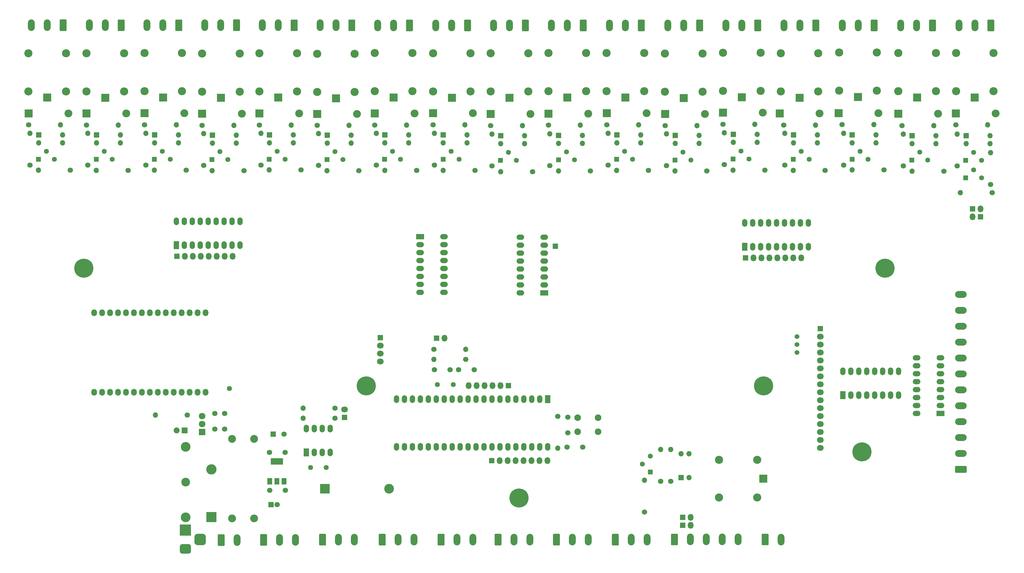
<source format=gbr>
%TF.GenerationSoftware,KiCad,Pcbnew,(5.1.6)-1*%
%TF.CreationDate,2020-12-15T19:54:30+02:00*%
%TF.ProjectId,ThePlatform_MothedahFarm,54686550-6c61-4746-966f-726d5f4d6f74,rev?*%
%TF.SameCoordinates,Original*%
%TF.FileFunction,Soldermask,Bot*%
%TF.FilePolarity,Negative*%
%FSLAX46Y46*%
G04 Gerber Fmt 4.6, Leading zero omitted, Abs format (unit mm)*
G04 Created by KiCad (PCBNEW (5.1.6)-1) date 2020-12-15 19:54:30*
%MOMM*%
%LPD*%
G01*
G04 APERTURE LIST*
%ADD10O,2.180000X3.700000*%
%ADD11R,2.600000X2.600000*%
%ADD12O,2.600000X2.600000*%
%ADD13C,1.600000*%
%ADD14R,1.600000X1.600000*%
%ADD15R,1.700000X2.500000*%
%ADD16O,1.700000X2.500000*%
%ADD17C,3.100000*%
%ADD18R,3.100000X3.100000*%
%ADD19R,1.800000X1.800000*%
%ADD20O,1.800000X2.200000*%
%ADD21R,2.500000X2.500000*%
%ADD22O,2.500000X2.500000*%
%ADD23O,1.700000X1.700000*%
%ADD24C,1.700000*%
%ADD25R,1.700000X1.700000*%
%ADD26O,3.300000X3.300000*%
%ADD27R,3.300000X3.300000*%
%ADD28R,1.900000X1.900000*%
%ADD29C,1.900000*%
%ADD30C,2.800000*%
%ADD31R,3.600000X3.600000*%
%ADD32O,3.700000X2.180000*%
%ADD33C,2.500000*%
%ADD34C,2.100000*%
%ADD35R,2.100000X2.005000*%
%ADD36O,2.100000X2.005000*%
%ADD37R,3.900000X2.100000*%
%ADD38R,1.600000X2.100000*%
%ADD39O,2.500000X1.700000*%
%ADD40R,2.500000X1.700000*%
%ADD41O,2.200000X1.800000*%
%ADD42C,1.540000*%
%ADD43C,6.100000*%
%ADD44C,1.624000*%
G04 APERTURE END LIST*
D10*
%TO.C,J20*%
X234196920Y-223857280D03*
X229116920Y-223857280D03*
G36*
G01*
X222946920Y-225445262D02*
X222946920Y-222269298D01*
G75*
G02*
X223208938Y-222007280I262018J0D01*
G01*
X224864902Y-222007280D01*
G75*
G02*
X225126920Y-222269298I0J-262018D01*
G01*
X225126920Y-225445262D01*
G75*
G02*
X224864902Y-225707280I-262018J0D01*
G01*
X223208938Y-225707280D01*
G75*
G02*
X222946920Y-225445262I0J262018D01*
G01*
G37*
%TD*%
D11*
%TO.C,K18*%
X290092160Y-204375480D03*
D12*
X288092160Y-198375480D03*
X275892160Y-198375480D03*
X275892160Y-210375480D03*
X288092160Y-210375480D03*
%TD*%
D13*
%TO.C,Q19*%
X251461300Y-199732360D03*
X254001300Y-197192360D03*
D14*
X254001300Y-202272360D03*
%TD*%
%TO.C,J39*%
G36*
G01*
X260607500Y-225402082D02*
X260607500Y-222226118D01*
G75*
G02*
X260869518Y-221964100I262018J0D01*
G01*
X262525482Y-221964100D01*
G75*
G02*
X262787500Y-222226118I0J-262018D01*
G01*
X262787500Y-225402082D01*
G75*
G02*
X262525482Y-225664100I-262018J0D01*
G01*
X260869518Y-225664100D01*
G75*
G02*
X260607500Y-225402082I0J262018D01*
G01*
G37*
D10*
X266777500Y-223814100D03*
X271857500Y-223814100D03*
X276937500Y-223814100D03*
X282017500Y-223814100D03*
%TD*%
D15*
%TO.C,U3*%
X221220060Y-178985640D03*
D16*
X172960060Y-194225640D03*
X218680060Y-178985640D03*
X175500060Y-194225640D03*
X216140060Y-178985640D03*
X178040060Y-194225640D03*
X213600060Y-178985640D03*
X180580060Y-194225640D03*
X211060060Y-178985640D03*
X183120060Y-194225640D03*
X208520060Y-178985640D03*
X185660060Y-194225640D03*
X205980060Y-178985640D03*
X188200060Y-194225640D03*
X203440060Y-178985640D03*
X190740060Y-194225640D03*
X200900060Y-178985640D03*
X193280060Y-194225640D03*
X198360060Y-178985640D03*
X195820060Y-194225640D03*
X195820060Y-178985640D03*
X198360060Y-194225640D03*
X193280060Y-178985640D03*
X200900060Y-194225640D03*
X190740060Y-178985640D03*
X203440060Y-194225640D03*
X188200060Y-178985640D03*
X205980060Y-194225640D03*
X185660060Y-178985640D03*
X208520060Y-194225640D03*
X183120060Y-178985640D03*
X211060060Y-194225640D03*
X180580060Y-178985640D03*
X213600060Y-194225640D03*
X178040060Y-178985640D03*
X216140060Y-194225640D03*
X175500060Y-178985640D03*
X218680060Y-194225640D03*
X172960060Y-178985640D03*
X221220060Y-194225640D03*
%TD*%
%TO.C,J27*%
G36*
G01*
X129439360Y-225557022D02*
X129439360Y-222381058D01*
G75*
G02*
X129701378Y-222119040I262018J0D01*
G01*
X131357342Y-222119040D01*
G75*
G02*
X131619360Y-222381058I0J-262018D01*
G01*
X131619360Y-225557022D01*
G75*
G02*
X131357342Y-225819040I-262018J0D01*
G01*
X129701378Y-225819040D01*
G75*
G02*
X129439360Y-225557022I0J262018D01*
G01*
G37*
D10*
X135609360Y-223969040D03*
X140689360Y-223969040D03*
%TD*%
%TO.C,J36*%
X159526000Y-223877600D03*
X154446000Y-223877600D03*
G36*
G01*
X148276000Y-225465582D02*
X148276000Y-222289618D01*
G75*
G02*
X148538018Y-222027600I262018J0D01*
G01*
X150193982Y-222027600D01*
G75*
G02*
X150456000Y-222289618I0J-262018D01*
G01*
X150456000Y-225465582D01*
G75*
G02*
X150193982Y-225727600I-262018J0D01*
G01*
X148538018Y-225727600D01*
G75*
G02*
X148276000Y-225465582I0J262018D01*
G01*
G37*
%TD*%
%TO.C,J35*%
G36*
G01*
X167326000Y-225465582D02*
X167326000Y-222289618D01*
G75*
G02*
X167588018Y-222027600I262018J0D01*
G01*
X169243982Y-222027600D01*
G75*
G02*
X169506000Y-222289618I0J-262018D01*
G01*
X169506000Y-225465582D01*
G75*
G02*
X169243982Y-225727600I-262018J0D01*
G01*
X167588018Y-225727600D01*
G75*
G02*
X167326000Y-225465582I0J262018D01*
G01*
G37*
X173496000Y-223877600D03*
X178576000Y-223877600D03*
%TD*%
D17*
%TO.C,BT1*%
X170579900Y-207606360D03*
D18*
X150089900Y-207606360D03*
%TD*%
D15*
%TO.C,U25*%
X144146300Y-195973160D03*
D16*
X151766300Y-188353160D03*
X146686300Y-195973160D03*
X149226300Y-188353160D03*
X149226300Y-195973160D03*
X146686300Y-188353160D03*
X151766300Y-195973160D03*
X144146300Y-188353160D03*
%TD*%
D19*
%TO.C,J28*%
X356873840Y-118157720D03*
D20*
X359413840Y-118157720D03*
%TD*%
D15*
%TO.C,U24*%
X315421040Y-177700400D03*
D16*
X333201040Y-170080400D03*
X317961040Y-177700400D03*
X330661040Y-170080400D03*
X320501040Y-177700400D03*
X328121040Y-170080400D03*
X323041040Y-177700400D03*
X325581040Y-170080400D03*
X325581040Y-177700400D03*
X323041040Y-170080400D03*
X328121040Y-177700400D03*
X320501040Y-170080400D03*
X330661040Y-177700400D03*
X317961040Y-170080400D03*
X333201040Y-177700400D03*
X315421040Y-170080400D03*
%TD*%
D20*
%TO.C,U26*%
X112030000Y-151420000D03*
X109490000Y-151420000D03*
X106950000Y-151420000D03*
X104410000Y-151420000D03*
X101870000Y-151420000D03*
X99330000Y-151420000D03*
X96790000Y-151420000D03*
X94250000Y-151420000D03*
X91710000Y-151420000D03*
X89170000Y-151420000D03*
X86630000Y-151420000D03*
X84090000Y-151420000D03*
X81550000Y-151420000D03*
X79010000Y-151420000D03*
X76470000Y-151420000D03*
X112030000Y-176820000D03*
X109490000Y-176820000D03*
X106950000Y-176820000D03*
X104410000Y-176820000D03*
X101870000Y-176820000D03*
X99330000Y-176820000D03*
X96790000Y-176820000D03*
X94250000Y-176820000D03*
X91710000Y-176820000D03*
X89170000Y-176820000D03*
X86630000Y-176820000D03*
X84090000Y-176820000D03*
X81550000Y-176820000D03*
X79010000Y-176820000D03*
X76470000Y-176820000D03*
%TD*%
D11*
%TO.C,K5*%
X357567260Y-82592640D03*
D12*
X363567260Y-80592640D03*
X363567260Y-68392640D03*
X351567260Y-68392640D03*
X351567260Y-80592640D03*
%TD*%
D21*
%TO.C,D3*%
X333107060Y-87786940D03*
D22*
X345807060Y-87786940D03*
%TD*%
%TO.C,J5*%
G36*
G01*
X345182560Y-58004958D02*
X345182560Y-61180922D01*
G75*
G02*
X344920542Y-61442940I-262018J0D01*
G01*
X343264578Y-61442940D01*
G75*
G02*
X343002560Y-61180922I0J262018D01*
G01*
X343002560Y-58004958D01*
G75*
G02*
X343264578Y-57742940I262018J0D01*
G01*
X344920542Y-57742940D01*
G75*
G02*
X345182560Y-58004958I0J-262018D01*
G01*
G37*
D10*
X339012560Y-59592940D03*
X333932560Y-59592940D03*
%TD*%
D23*
%TO.C,R6*%
X334758060Y-94327440D03*
D24*
X334758060Y-104487440D03*
%TD*%
%TO.C,R16*%
X347712060Y-106138440D03*
D23*
X337552060Y-106138440D03*
%TD*%
D11*
%TO.C,K1*%
X339139560Y-82643440D03*
D12*
X345139560Y-80643440D03*
X345139560Y-68443440D03*
X333139560Y-68443440D03*
X333139560Y-80643440D03*
%TD*%
D13*
%TO.C,Q2*%
X340028560Y-100042440D03*
X342568560Y-102582440D03*
D14*
X337488560Y-102582440D03*
%TD*%
D24*
%TO.C,R15*%
X334313560Y-91596940D03*
D23*
X344473560Y-91596940D03*
%TD*%
D25*
%TO.C,U4*%
X337552060Y-94835440D03*
D23*
X345172060Y-97375440D03*
X337552060Y-97375440D03*
X345172060Y-94835440D03*
%TD*%
D24*
%TO.C,C1*%
X114946460Y-188584300D03*
X114946460Y-183584300D03*
%TD*%
%TO.C,C2*%
X118096060Y-183584300D03*
X118096060Y-188584300D03*
%TD*%
%TO.C,C3*%
X132450000Y-208150000D03*
X137450000Y-208150000D03*
%TD*%
%TO.C,C5*%
X197750460Y-169562240D03*
X192750460Y-169562240D03*
%TD*%
%TO.C,C6*%
X190075860Y-169562240D03*
X185075860Y-169562240D03*
%TD*%
%TO.C,C7*%
X227646260Y-184704440D03*
X227646260Y-189704440D03*
%TD*%
%TO.C,C8*%
X227379560Y-194306920D03*
X232379560Y-194306920D03*
%TD*%
%TO.C,C10*%
X137410000Y-195990000D03*
X132410000Y-195990000D03*
%TD*%
D26*
%TO.C,D1*%
X113879660Y-201411300D03*
D27*
X113879660Y-216651300D03*
%TD*%
D28*
%TO.C,D2*%
X105269060Y-189016100D03*
D29*
X102729060Y-189016100D03*
%TD*%
D17*
%TO.C,F1*%
X105675460Y-194248500D03*
X105675460Y-216748500D03*
D30*
X105675460Y-205498500D03*
%TD*%
D31*
%TO.C,J1*%
X105573860Y-220816900D03*
G36*
G01*
X106598860Y-228366900D02*
X104548860Y-228366900D01*
G75*
G02*
X103773860Y-227591900I0J775000D01*
G01*
X103773860Y-226041900D01*
G75*
G02*
X104548860Y-225266900I775000J0D01*
G01*
X106598860Y-225266900D01*
G75*
G02*
X107373860Y-226041900I0J-775000D01*
G01*
X107373860Y-227591900D01*
G75*
G02*
X106598860Y-228366900I-775000J0D01*
G01*
G37*
G36*
G01*
X111173860Y-225616900D02*
X109373860Y-225616900D01*
G75*
G02*
X108473860Y-224716900I0J900000D01*
G01*
X108473860Y-222916900D01*
G75*
G02*
X109373860Y-222016900I900000J0D01*
G01*
X111173860Y-222016900D01*
G75*
G02*
X112073860Y-222916900I0J-900000D01*
G01*
X112073860Y-224716900D01*
G75*
G02*
X111173860Y-225616900I-900000J0D01*
G01*
G37*
%TD*%
D10*
%TO.C,J4*%
X352512660Y-59605640D03*
X357592660Y-59605640D03*
G36*
G01*
X363762660Y-58017658D02*
X363762660Y-61193622D01*
G75*
G02*
X363500642Y-61455640I-262018J0D01*
G01*
X361844678Y-61455640D01*
G75*
G02*
X361582660Y-61193622I0J262018D01*
G01*
X361582660Y-58017658D01*
G75*
G02*
X361844678Y-57755640I262018J0D01*
G01*
X363500642Y-57755640D01*
G75*
G02*
X363762660Y-58017658I0J-262018D01*
G01*
G37*
%TD*%
%TO.C,J6*%
X315263560Y-59592940D03*
X320343560Y-59592940D03*
G36*
G01*
X326513560Y-58004958D02*
X326513560Y-61180922D01*
G75*
G02*
X326251542Y-61442940I-262018J0D01*
G01*
X324595578Y-61442940D01*
G75*
G02*
X324333560Y-61180922I0J262018D01*
G01*
X324333560Y-58004958D01*
G75*
G02*
X324595578Y-57742940I262018J0D01*
G01*
X326251542Y-57742940D01*
G75*
G02*
X326513560Y-58004958I0J-262018D01*
G01*
G37*
%TD*%
%TO.C,J7*%
G36*
G01*
X307908060Y-58004958D02*
X307908060Y-61180922D01*
G75*
G02*
X307646042Y-61442940I-262018J0D01*
G01*
X305990078Y-61442940D01*
G75*
G02*
X305728060Y-61180922I0J262018D01*
G01*
X305728060Y-58004958D01*
G75*
G02*
X305990078Y-57742940I262018J0D01*
G01*
X307646042Y-57742940D01*
G75*
G02*
X307908060Y-58004958I0J-262018D01*
G01*
G37*
X301738060Y-59592940D03*
X296658060Y-59592940D03*
%TD*%
%TO.C,J8*%
X278116060Y-59592940D03*
X283196060Y-59592940D03*
G36*
G01*
X289366060Y-58004958D02*
X289366060Y-61180922D01*
G75*
G02*
X289104042Y-61442940I-262018J0D01*
G01*
X287448078Y-61442940D01*
G75*
G02*
X287186060Y-61180922I0J262018D01*
G01*
X287186060Y-58004958D01*
G75*
G02*
X287448078Y-57742940I262018J0D01*
G01*
X289104042Y-57742940D01*
G75*
G02*
X289366060Y-58004958I0J-262018D01*
G01*
G37*
%TD*%
%TO.C,J9*%
X259574060Y-59592940D03*
X264654060Y-59592940D03*
G36*
G01*
X270824060Y-58004958D02*
X270824060Y-61180922D01*
G75*
G02*
X270562042Y-61442940I-262018J0D01*
G01*
X268906078Y-61442940D01*
G75*
G02*
X268644060Y-61180922I0J262018D01*
G01*
X268644060Y-58004958D01*
G75*
G02*
X268906078Y-57742940I262018J0D01*
G01*
X270562042Y-57742940D01*
G75*
G02*
X270824060Y-58004958I0J-262018D01*
G01*
G37*
%TD*%
%TO.C,J10*%
G36*
G01*
X252218560Y-58004958D02*
X252218560Y-61180922D01*
G75*
G02*
X251956542Y-61442940I-262018J0D01*
G01*
X250300578Y-61442940D01*
G75*
G02*
X250038560Y-61180922I0J262018D01*
G01*
X250038560Y-58004958D01*
G75*
G02*
X250300578Y-57742940I262018J0D01*
G01*
X251956542Y-57742940D01*
G75*
G02*
X252218560Y-58004958I0J-262018D01*
G01*
G37*
X246048560Y-59592940D03*
X240968560Y-59592940D03*
%TD*%
%TO.C,J11*%
X222426560Y-59592940D03*
X227506560Y-59592940D03*
G36*
G01*
X233676560Y-58004958D02*
X233676560Y-61180922D01*
G75*
G02*
X233414542Y-61442940I-262018J0D01*
G01*
X231758578Y-61442940D01*
G75*
G02*
X231496560Y-61180922I0J262018D01*
G01*
X231496560Y-58004958D01*
G75*
G02*
X231758578Y-57742940I262018J0D01*
G01*
X233414542Y-57742940D01*
G75*
G02*
X233676560Y-58004958I0J-262018D01*
G01*
G37*
%TD*%
%TO.C,J12*%
X203948060Y-59592940D03*
X209028060Y-59592940D03*
G36*
G01*
X215198060Y-58004958D02*
X215198060Y-61180922D01*
G75*
G02*
X214936042Y-61442940I-262018J0D01*
G01*
X213280078Y-61442940D01*
G75*
G02*
X213018060Y-61180922I0J262018D01*
G01*
X213018060Y-58004958D01*
G75*
G02*
X213280078Y-57742940I262018J0D01*
G01*
X214936042Y-57742940D01*
G75*
G02*
X215198060Y-58004958I0J-262018D01*
G01*
G37*
%TD*%
%TO.C,J13*%
G36*
G01*
X196719560Y-58004958D02*
X196719560Y-61180922D01*
G75*
G02*
X196457542Y-61442940I-262018J0D01*
G01*
X194801578Y-61442940D01*
G75*
G02*
X194539560Y-61180922I0J262018D01*
G01*
X194539560Y-58004958D01*
G75*
G02*
X194801578Y-57742940I262018J0D01*
G01*
X196457542Y-57742940D01*
G75*
G02*
X196719560Y-58004958I0J-262018D01*
G01*
G37*
X190549560Y-59592940D03*
X185469560Y-59592940D03*
%TD*%
%TO.C,J14*%
X166927560Y-59592940D03*
X172007560Y-59592940D03*
G36*
G01*
X178177560Y-58004958D02*
X178177560Y-61180922D01*
G75*
G02*
X177915542Y-61442940I-262018J0D01*
G01*
X176259578Y-61442940D01*
G75*
G02*
X175997560Y-61180922I0J262018D01*
G01*
X175997560Y-58004958D01*
G75*
G02*
X176259578Y-57742940I262018J0D01*
G01*
X177915542Y-57742940D01*
G75*
G02*
X178177560Y-58004958I0J-262018D01*
G01*
G37*
%TD*%
%TO.C,J15*%
G36*
G01*
X159787960Y-57966858D02*
X159787960Y-61142822D01*
G75*
G02*
X159525942Y-61404840I-262018J0D01*
G01*
X157869978Y-61404840D01*
G75*
G02*
X157607960Y-61142822I0J262018D01*
G01*
X157607960Y-57966858D01*
G75*
G02*
X157869978Y-57704840I262018J0D01*
G01*
X159525942Y-57704840D01*
G75*
G02*
X159787960Y-57966858I0J-262018D01*
G01*
G37*
X153617960Y-59554840D03*
X148537960Y-59554840D03*
%TD*%
%TO.C,J16*%
G36*
G01*
X141372960Y-57966858D02*
X141372960Y-61142822D01*
G75*
G02*
X141110942Y-61404840I-262018J0D01*
G01*
X139454978Y-61404840D01*
G75*
G02*
X139192960Y-61142822I0J262018D01*
G01*
X139192960Y-57966858D01*
G75*
G02*
X139454978Y-57704840I262018J0D01*
G01*
X141110942Y-57704840D01*
G75*
G02*
X141372960Y-57966858I0J-262018D01*
G01*
G37*
X135202960Y-59554840D03*
X130122960Y-59554840D03*
%TD*%
%TO.C,J17*%
X111720660Y-59542140D03*
X116800660Y-59542140D03*
G36*
G01*
X122970660Y-57954158D02*
X122970660Y-61130122D01*
G75*
G02*
X122708642Y-61392140I-262018J0D01*
G01*
X121052678Y-61392140D01*
G75*
G02*
X120790660Y-61130122I0J262018D01*
G01*
X120790660Y-57954158D01*
G75*
G02*
X121052678Y-57692140I262018J0D01*
G01*
X122708642Y-57692140D01*
G75*
G02*
X122970660Y-57954158I0J-262018D01*
G01*
G37*
%TD*%
%TO.C,J18*%
G36*
G01*
X104555660Y-57966858D02*
X104555660Y-61142822D01*
G75*
G02*
X104293642Y-61404840I-262018J0D01*
G01*
X102637678Y-61404840D01*
G75*
G02*
X102375660Y-61142822I0J262018D01*
G01*
X102375660Y-57966858D01*
G75*
G02*
X102637678Y-57704840I262018J0D01*
G01*
X104293642Y-57704840D01*
G75*
G02*
X104555660Y-57966858I0J-262018D01*
G01*
G37*
X98385660Y-59554840D03*
X93305660Y-59554840D03*
%TD*%
%TO.C,J19*%
X74890660Y-59554840D03*
X79970660Y-59554840D03*
G36*
G01*
X86140660Y-57966858D02*
X86140660Y-61142822D01*
G75*
G02*
X85878642Y-61404840I-262018J0D01*
G01*
X84222678Y-61404840D01*
G75*
G02*
X83960660Y-61142822I0J262018D01*
G01*
X83960660Y-57966858D01*
G75*
G02*
X84222678Y-57704840I262018J0D01*
G01*
X85878642Y-57704840D01*
G75*
G02*
X86140660Y-57966858I0J-262018D01*
G01*
G37*
%TD*%
%TO.C,J21*%
G36*
G01*
X354697542Y-202529240D02*
X351521578Y-202529240D01*
G75*
G02*
X351259560Y-202267222I0J262018D01*
G01*
X351259560Y-200611258D01*
G75*
G02*
X351521578Y-200349240I262018J0D01*
G01*
X354697542Y-200349240D01*
G75*
G02*
X354959560Y-200611258I0J-262018D01*
G01*
X354959560Y-202267222D01*
G75*
G02*
X354697542Y-202529240I-262018J0D01*
G01*
G37*
D32*
X353109560Y-196359240D03*
X353109560Y-191279240D03*
X353109560Y-186199240D03*
X353109560Y-181119240D03*
X353109560Y-176039240D03*
X353109560Y-170959240D03*
X353109560Y-165879240D03*
X353109560Y-160799240D03*
X353109560Y-155719240D03*
X353109560Y-150639240D03*
X353109560Y-145559240D03*
%TD*%
%TO.C,J22*%
G36*
G01*
X67636760Y-57954158D02*
X67636760Y-61130122D01*
G75*
G02*
X67374742Y-61392140I-262018J0D01*
G01*
X65718778Y-61392140D01*
G75*
G02*
X65456760Y-61130122I0J262018D01*
G01*
X65456760Y-57954158D01*
G75*
G02*
X65718778Y-57692140I262018J0D01*
G01*
X67374742Y-57692140D01*
G75*
G02*
X67636760Y-57954158I0J-262018D01*
G01*
G37*
D10*
X61466760Y-59542140D03*
X56386760Y-59542140D03*
%TD*%
%TO.C,J23*%
X252998000Y-223877600D03*
X247918000Y-223877600D03*
G36*
G01*
X241748000Y-225465582D02*
X241748000Y-222289618D01*
G75*
G02*
X242010018Y-222027600I262018J0D01*
G01*
X243665982Y-222027600D01*
G75*
G02*
X243928000Y-222289618I0J-262018D01*
G01*
X243928000Y-225465582D01*
G75*
G02*
X243665982Y-225727600I-262018J0D01*
G01*
X242010018Y-225727600D01*
G75*
G02*
X241748000Y-225465582I0J262018D01*
G01*
G37*
%TD*%
%TO.C,J24*%
G36*
G01*
X186104220Y-225465582D02*
X186104220Y-222289618D01*
G75*
G02*
X186366238Y-222027600I262018J0D01*
G01*
X188022202Y-222027600D01*
G75*
G02*
X188284220Y-222289618I0J-262018D01*
G01*
X188284220Y-225465582D01*
G75*
G02*
X188022202Y-225727600I-262018J0D01*
G01*
X186366238Y-225727600D01*
G75*
G02*
X186104220Y-225465582I0J262018D01*
G01*
G37*
X192274220Y-223877600D03*
X197354220Y-223877600D03*
%TD*%
%TO.C,J25*%
G36*
G01*
X204267760Y-225440182D02*
X204267760Y-222264218D01*
G75*
G02*
X204529778Y-222002200I262018J0D01*
G01*
X206185742Y-222002200D01*
G75*
G02*
X206447760Y-222264218I0J-262018D01*
G01*
X206447760Y-225440182D01*
G75*
G02*
X206185742Y-225702200I-262018J0D01*
G01*
X204529778Y-225702200D01*
G75*
G02*
X204267760Y-225440182I0J262018D01*
G01*
G37*
X210437760Y-223852200D03*
X215517760Y-223852200D03*
%TD*%
D11*
%TO.C,K2*%
X320280060Y-82452940D03*
D12*
X326280060Y-80452940D03*
X326280060Y-68252940D03*
X314280060Y-68252940D03*
X314280060Y-80452940D03*
%TD*%
%TO.C,K3*%
X295611060Y-80706940D03*
X295611060Y-68506940D03*
X307611060Y-68506940D03*
X307611060Y-80706940D03*
D11*
X301611060Y-82706940D03*
%TD*%
%TO.C,K4*%
X264654060Y-82770440D03*
D12*
X270654060Y-80770440D03*
X270654060Y-68570440D03*
X258654060Y-68570440D03*
X258654060Y-80770440D03*
%TD*%
D11*
%TO.C,K6*%
X283196060Y-82516440D03*
D12*
X289196060Y-80516440D03*
X289196060Y-68316440D03*
X277196060Y-68316440D03*
X277196060Y-80516440D03*
%TD*%
D11*
%TO.C,K7*%
X246048560Y-82643440D03*
D12*
X252048560Y-80643440D03*
X252048560Y-68443440D03*
X240048560Y-68443440D03*
X240048560Y-80643440D03*
%TD*%
%TO.C,K8*%
X221506560Y-80643440D03*
X221506560Y-68443440D03*
X233506560Y-68443440D03*
X233506560Y-80643440D03*
D11*
X227506560Y-82643440D03*
%TD*%
%TO.C,K9*%
X209028060Y-82706940D03*
D12*
X215028060Y-80706940D03*
X215028060Y-68506940D03*
X203028060Y-68506940D03*
X203028060Y-80706940D03*
%TD*%
%TO.C,K10*%
X55466760Y-80656140D03*
X55466760Y-68456140D03*
X67466760Y-68456140D03*
X67466760Y-80656140D03*
D11*
X61466760Y-82656140D03*
%TD*%
D12*
%TO.C,K11*%
X73970660Y-80719640D03*
X73970660Y-68519640D03*
X85970660Y-68519640D03*
X85970660Y-80719640D03*
D11*
X79970660Y-82719640D03*
%TD*%
%TO.C,K12*%
X98487260Y-82618040D03*
D12*
X104487260Y-80618040D03*
X104487260Y-68418040D03*
X92487260Y-68418040D03*
X92487260Y-80618040D03*
%TD*%
%TO.C,K13*%
X129202960Y-80668840D03*
X129202960Y-68468840D03*
X141202960Y-68468840D03*
X141202960Y-80668840D03*
D11*
X135202960Y-82668840D03*
%TD*%
%TO.C,K14*%
X116902260Y-82757740D03*
D12*
X122902260Y-80757740D03*
X122902260Y-68557740D03*
X110902260Y-68557740D03*
X110902260Y-80757740D03*
%TD*%
%TO.C,K15*%
X147617960Y-80859340D03*
X147617960Y-68659340D03*
X159617960Y-68659340D03*
X159617960Y-80859340D03*
D11*
X153617960Y-82859340D03*
%TD*%
%TO.C,K16*%
X172007560Y-82643440D03*
D12*
X178007560Y-80643440D03*
X178007560Y-68443440D03*
X166007560Y-68443440D03*
X166007560Y-80643440D03*
%TD*%
%TO.C,K17*%
X184613060Y-80706940D03*
X184613060Y-68506940D03*
X196613060Y-68506940D03*
X196613060Y-80706940D03*
D11*
X190613060Y-82706940D03*
%TD*%
D14*
%TO.C,Q1*%
X354671660Y-102709440D03*
D13*
X359751660Y-102709440D03*
X357211660Y-100169440D03*
%TD*%
D14*
%TO.C,Q3*%
X318375060Y-102328440D03*
D13*
X323455060Y-102328440D03*
X320915060Y-99788440D03*
%TD*%
%TO.C,Q4*%
X302182560Y-99851940D03*
X304722560Y-102391940D03*
D14*
X299642560Y-102391940D03*
%TD*%
D13*
%TO.C,Q5*%
X264400060Y-100042440D03*
X266940060Y-102582440D03*
D14*
X261860060Y-102582440D03*
%TD*%
D13*
%TO.C,Q6*%
X357211660Y-105706640D03*
X359751660Y-108246640D03*
D14*
X354671660Y-108246640D03*
%TD*%
%TO.C,Q7*%
X280402060Y-102264940D03*
D13*
X285482060Y-102264940D03*
X282942060Y-99724940D03*
%TD*%
%TO.C,Q8*%
X245794560Y-99851940D03*
X248334560Y-102391940D03*
D14*
X243254560Y-102391940D03*
%TD*%
%TO.C,Q9*%
X224649060Y-102518940D03*
D13*
X229729060Y-102518940D03*
X227189060Y-99978940D03*
%TD*%
%TO.C,Q10*%
X208710560Y-100169440D03*
X211250560Y-102709440D03*
D14*
X206170560Y-102709440D03*
%TD*%
%TO.C,Q11*%
X58647360Y-102341140D03*
D13*
X63727360Y-102341140D03*
X61187360Y-99801140D03*
%TD*%
%TO.C,Q12*%
X79615060Y-99839240D03*
X82155060Y-102379240D03*
D14*
X77075060Y-102379240D03*
%TD*%
D13*
%TO.C,Q13*%
X98182460Y-99788440D03*
X100722460Y-102328440D03*
D14*
X95642460Y-102328440D03*
%TD*%
%TO.C,Q14*%
X132307360Y-102328440D03*
D13*
X137387360Y-102328440D03*
X134847360Y-99788440D03*
%TD*%
D14*
%TO.C,Q15*%
X114057460Y-102468140D03*
D13*
X119137460Y-102468140D03*
X116597460Y-99928140D03*
%TD*%
D14*
%TO.C,Q16*%
X150735060Y-102480840D03*
D13*
X155815060Y-102480840D03*
X153275060Y-99940840D03*
%TD*%
%TO.C,Q17*%
X171690060Y-99851940D03*
X174230060Y-102391940D03*
D14*
X169150060Y-102391940D03*
%TD*%
D13*
%TO.C,Q18*%
X190359060Y-99788440D03*
X192899060Y-102328440D03*
D14*
X187819060Y-102328440D03*
%TD*%
D33*
%TO.C,R1*%
X120483660Y-191708500D03*
D22*
X120483660Y-217108500D03*
%TD*%
D23*
%TO.C,R2*%
X96015840Y-184060560D03*
D24*
X106175840Y-184060560D03*
%TD*%
D22*
%TO.C,R3*%
X127500000Y-217100000D03*
D33*
X127500000Y-191700000D03*
%TD*%
D24*
%TO.C,R4*%
X224471260Y-184497440D03*
D23*
X224471260Y-194657440D03*
%TD*%
D24*
%TO.C,R5*%
X362571060Y-110380240D03*
D23*
X362571060Y-100220240D03*
%TD*%
D24*
%TO.C,R7*%
X315708060Y-104233440D03*
D23*
X315708060Y-94073440D03*
%TD*%
D24*
%TO.C,R8*%
X296912060Y-104233440D03*
D23*
X296912060Y-94073440D03*
%TD*%
%TO.C,R9*%
X259129560Y-94263940D03*
D24*
X259129560Y-104423940D03*
%TD*%
%TO.C,R10*%
X351979260Y-104462040D03*
D23*
X351979260Y-94302040D03*
%TD*%
%TO.C,R11*%
X277608060Y-93882940D03*
D24*
X277608060Y-104042940D03*
%TD*%
%TO.C,R12*%
X240524060Y-104233440D03*
D23*
X240524060Y-94073440D03*
%TD*%
D24*
%TO.C,R13*%
X221918560Y-104360440D03*
D23*
X221918560Y-94200440D03*
%TD*%
%TO.C,R14*%
X203440060Y-94327440D03*
D24*
X203440060Y-104487440D03*
%TD*%
D23*
%TO.C,R17*%
X325360060Y-91279440D03*
D24*
X315200060Y-91279440D03*
%TD*%
%TO.C,R18*%
X328598560Y-105757440D03*
D23*
X318438560Y-105757440D03*
%TD*%
%TO.C,R19*%
X306691060Y-91406440D03*
D24*
X296531060Y-91406440D03*
%TD*%
%TO.C,R20*%
X309802560Y-105947940D03*
D23*
X299642560Y-105947940D03*
%TD*%
D24*
%TO.C,R21*%
X258685060Y-91596940D03*
D23*
X268845060Y-91596940D03*
%TD*%
D24*
%TO.C,R22*%
X272020060Y-106074940D03*
D23*
X261860060Y-106074940D03*
%TD*%
%TO.C,R23*%
X361707460Y-91381040D03*
D24*
X351547460Y-91381040D03*
%TD*%
D23*
%TO.C,R24*%
X352919060Y-113047240D03*
D24*
X363079060Y-113047240D03*
%TD*%
D23*
%TO.C,R25*%
X287323560Y-91152440D03*
D24*
X277163560Y-91152440D03*
%TD*%
%TO.C,R26*%
X290562060Y-105820940D03*
D23*
X280402060Y-105820940D03*
%TD*%
%TO.C,R27*%
X250239560Y-91342940D03*
D24*
X240079560Y-91342940D03*
%TD*%
D23*
%TO.C,R28*%
X243254560Y-105947940D03*
D24*
X253414560Y-105947940D03*
%TD*%
%TO.C,R29*%
X221474060Y-91469940D03*
D23*
X231634060Y-91469940D03*
%TD*%
%TO.C,R30*%
X224712560Y-106074940D03*
D24*
X234872560Y-106074940D03*
%TD*%
D23*
%TO.C,R31*%
X213155560Y-91596940D03*
D24*
X202995560Y-91596940D03*
%TD*%
D23*
%TO.C,R32*%
X206234060Y-106328940D03*
D24*
X216394060Y-106328940D03*
%TD*%
D23*
%TO.C,R33*%
X55980360Y-94060740D03*
D24*
X55980360Y-104220740D03*
%TD*%
D23*
%TO.C,R34*%
X74433460Y-94098840D03*
D24*
X74433460Y-104258840D03*
%TD*%
D23*
%TO.C,R35*%
X92950060Y-94048040D03*
D24*
X92950060Y-104208040D03*
%TD*%
%TO.C,R36*%
X129665760Y-104208040D03*
D23*
X129665760Y-94048040D03*
%TD*%
%TO.C,R37*%
X111365060Y-94187740D03*
D24*
X111365060Y-104347740D03*
%TD*%
D23*
%TO.C,R38*%
X148093460Y-94149640D03*
D24*
X148093460Y-104309640D03*
%TD*%
%TO.C,R39*%
X166483060Y-104233440D03*
D23*
X166483060Y-94073440D03*
%TD*%
D24*
%TO.C,R40*%
X185088560Y-104233440D03*
D23*
X185088560Y-94073440D03*
%TD*%
%TO.C,R41*%
X65683160Y-91393740D03*
D24*
X55523160Y-91393740D03*
%TD*%
%TO.C,R42*%
X68858160Y-105846340D03*
D23*
X58698160Y-105846340D03*
%TD*%
D24*
%TO.C,R43*%
X73976260Y-91406440D03*
D23*
X84136260Y-91406440D03*
%TD*%
D24*
%TO.C,R44*%
X87285860Y-105884440D03*
D23*
X77125860Y-105884440D03*
%TD*%
D24*
%TO.C,R45*%
X92492860Y-91355640D03*
D23*
X102652860Y-91355640D03*
%TD*%
%TO.C,R46*%
X95642460Y-105833640D03*
D24*
X105802460Y-105833640D03*
%TD*%
%TO.C,R47*%
X129208560Y-91406440D03*
D23*
X139368560Y-91406440D03*
%TD*%
D24*
%TO.C,R48*%
X142518160Y-105782840D03*
D23*
X132358160Y-105782840D03*
%TD*%
%TO.C,R49*%
X121067860Y-91495340D03*
D24*
X110907860Y-91495340D03*
%TD*%
D23*
%TO.C,R50*%
X114108260Y-105973340D03*
D24*
X124268260Y-105973340D03*
%TD*%
%TO.C,R51*%
X147636260Y-91508040D03*
D23*
X157796260Y-91508040D03*
%TD*%
%TO.C,R52*%
X150785860Y-105986040D03*
D24*
X160945860Y-105986040D03*
%TD*%
%TO.C,R53*%
X166038560Y-91406440D03*
D23*
X176198560Y-91406440D03*
%TD*%
%TO.C,R54*%
X169213560Y-105947940D03*
D24*
X179373560Y-105947940D03*
%TD*%
D23*
%TO.C,R55*%
X194804060Y-91342940D03*
D24*
X184644060Y-91342940D03*
%TD*%
%TO.C,R56*%
X198042560Y-105884440D03*
D23*
X187882560Y-105884440D03*
%TD*%
D24*
%TO.C,R57*%
X153341100Y-181901560D03*
D23*
X143181100Y-181901560D03*
%TD*%
D24*
%TO.C,R58*%
X153290300Y-185076560D03*
D23*
X143130300Y-185076560D03*
%TD*%
D34*
%TO.C,SW1*%
X237298260Y-184925040D03*
X237298260Y-189425040D03*
X230798260Y-184925040D03*
X230798260Y-189425040D03*
%TD*%
D35*
%TO.C,U1*%
X110882460Y-189473300D03*
D36*
X110882460Y-186933300D03*
X110882460Y-184393300D03*
%TD*%
D37*
%TO.C,U2*%
X134790000Y-198890000D03*
D38*
X134790000Y-205190000D03*
X132490000Y-205190000D03*
X137090000Y-205190000D03*
%TD*%
D25*
%TO.C,U5*%
X318438560Y-94581440D03*
D23*
X326058560Y-97121440D03*
X318438560Y-97121440D03*
X326058560Y-94581440D03*
%TD*%
D25*
%TO.C,U6*%
X299706060Y-94581440D03*
D23*
X307326060Y-97121440D03*
X299706060Y-97121440D03*
X307326060Y-94581440D03*
%TD*%
D25*
%TO.C,U7*%
X261923560Y-94771940D03*
D23*
X269543560Y-97311940D03*
X261923560Y-97311940D03*
X269543560Y-94771940D03*
%TD*%
%TO.C,U8*%
X362444060Y-94860840D03*
X354824060Y-97400840D03*
X362444060Y-97400840D03*
D25*
X354824060Y-94860840D03*
%TD*%
D23*
%TO.C,U9*%
X288085560Y-94390940D03*
X280465560Y-96930940D03*
X288085560Y-96930940D03*
D25*
X280465560Y-94390940D03*
%TD*%
D23*
%TO.C,U10*%
X250938060Y-94581440D03*
X243318060Y-97121440D03*
X250938060Y-97121440D03*
D25*
X243318060Y-94581440D03*
%TD*%
%TO.C,U11*%
X224712560Y-94708440D03*
D23*
X232332560Y-97248440D03*
X224712560Y-97248440D03*
X232332560Y-94708440D03*
%TD*%
%TO.C,U12*%
X213854060Y-94835440D03*
X206234060Y-97375440D03*
X213854060Y-97375440D03*
D25*
X206234060Y-94835440D03*
%TD*%
%TO.C,U13*%
X58748960Y-94568740D03*
D23*
X66368960Y-97108740D03*
X58748960Y-97108740D03*
X66368960Y-94568740D03*
%TD*%
%TO.C,U14*%
X84796660Y-94606840D03*
X77176660Y-97146840D03*
X84796660Y-97146840D03*
D25*
X77176660Y-94606840D03*
%TD*%
%TO.C,U15*%
X95744060Y-94556040D03*
D23*
X103364060Y-97096040D03*
X95744060Y-97096040D03*
X103364060Y-94556040D03*
%TD*%
D25*
%TO.C,U16*%
X132408960Y-94556040D03*
D23*
X140028960Y-97096040D03*
X132408960Y-97096040D03*
X140028960Y-94556040D03*
%TD*%
D25*
%TO.C,U17*%
X114159060Y-94695740D03*
D23*
X121779060Y-97235740D03*
X114159060Y-97235740D03*
X121779060Y-94695740D03*
%TD*%
%TO.C,U18*%
X158456660Y-94657640D03*
X150836660Y-97197640D03*
X158456660Y-97197640D03*
D25*
X150836660Y-94657640D03*
%TD*%
%TO.C,U19*%
X169213560Y-94581440D03*
D23*
X176833560Y-97121440D03*
X169213560Y-97121440D03*
X176833560Y-94581440D03*
%TD*%
%TO.C,U20*%
X195502560Y-94581440D03*
X187882560Y-97121440D03*
X195502560Y-97121440D03*
D25*
X187882560Y-94581440D03*
%TD*%
D16*
%TO.C,U21*%
X102665560Y-122140440D03*
X122985560Y-129760440D03*
X105205560Y-122140440D03*
X120445560Y-129760440D03*
X107745560Y-122140440D03*
X117905560Y-129760440D03*
X110285560Y-122140440D03*
X115365560Y-129760440D03*
X112825560Y-122140440D03*
X112825560Y-129760440D03*
X115365560Y-122140440D03*
X110285560Y-129760440D03*
X117905560Y-122140440D03*
X107745560Y-129760440D03*
X120445560Y-122140440D03*
X105205560Y-129760440D03*
X122985560Y-122140440D03*
D15*
X102665560Y-129760440D03*
%TD*%
%TO.C,U22*%
X284148560Y-130268440D03*
D16*
X304468560Y-122648440D03*
X286688560Y-130268440D03*
X301928560Y-122648440D03*
X289228560Y-130268440D03*
X299388560Y-122648440D03*
X291768560Y-130268440D03*
X296848560Y-122648440D03*
X294308560Y-130268440D03*
X294308560Y-122648440D03*
X296848560Y-130268440D03*
X291768560Y-122648440D03*
X299388560Y-130268440D03*
X289228560Y-122648440D03*
X301928560Y-130268440D03*
X286688560Y-122648440D03*
X304468560Y-130268440D03*
X284148560Y-122648440D03*
%TD*%
D39*
%TO.C,U23*%
X338949060Y-183595740D03*
X346569060Y-165815740D03*
X338949060Y-181055740D03*
X346569060Y-168355740D03*
X338949060Y-178515740D03*
X346569060Y-170895740D03*
X338949060Y-175975740D03*
X346569060Y-173435740D03*
X338949060Y-173435740D03*
X346569060Y-175975740D03*
X338949060Y-170895740D03*
X346569060Y-178515740D03*
X338949060Y-168355740D03*
X346569060Y-181055740D03*
X338949060Y-165815740D03*
D40*
X346569060Y-183595740D03*
%TD*%
D13*
%TO.C,Y1*%
X186040000Y-174330000D03*
X191040000Y-174330000D03*
%TD*%
%TO.C,Y2*%
X150547100Y-200824560D03*
X145547100Y-200824560D03*
%TD*%
%TO.C,J2*%
G36*
G01*
X115913860Y-225605282D02*
X115913860Y-222429318D01*
G75*
G02*
X116175878Y-222167300I262018J0D01*
G01*
X117831842Y-222167300D01*
G75*
G02*
X118093860Y-222429318I0J-262018D01*
G01*
X118093860Y-225605282D01*
G75*
G02*
X117831842Y-225867300I-262018J0D01*
G01*
X116175878Y-225867300D01*
G75*
G02*
X115913860Y-225605282I0J262018D01*
G01*
G37*
D10*
X122083860Y-224017300D03*
%TD*%
D21*
%TO.C,D4*%
X314057060Y-87596440D03*
D22*
X326757060Y-87596440D03*
%TD*%
%TO.C,D7*%
X364247460Y-87672640D03*
D21*
X351547460Y-87672640D03*
%TD*%
D19*
%TO.C,J3*%
X308278560Y-156430440D03*
D41*
X308278560Y-158970440D03*
X308278560Y-161510440D03*
X308278560Y-164050440D03*
X308278560Y-166590440D03*
X308278560Y-169130440D03*
X308278560Y-171670440D03*
X308278560Y-174210440D03*
X308278560Y-176750440D03*
X308278560Y-179290440D03*
X308278560Y-181830440D03*
X308278560Y-184370440D03*
X308278560Y-186910440D03*
X308278560Y-189450440D03*
X308278560Y-191990440D03*
X308278560Y-194530440D03*
%TD*%
D19*
%TO.C,J41*%
X203363860Y-198600000D03*
D20*
X205903860Y-198600000D03*
X208443860Y-198600000D03*
X210983860Y-198600000D03*
X213523860Y-198600000D03*
X216063860Y-198600000D03*
X218603860Y-198600000D03*
X221143860Y-198600000D03*
%TD*%
D24*
%TO.C,R59*%
X260503700Y-205218760D03*
D23*
X260503700Y-195058760D03*
%TD*%
%TO.C,R60*%
X257328700Y-195058760D03*
D24*
X257328700Y-205218760D03*
%TD*%
%TO.C,R61*%
X252140000Y-215040000D03*
D23*
X252140000Y-204880000D03*
%TD*%
D24*
%TO.C,R62*%
X195058060Y-166242460D03*
D23*
X184898060Y-166242460D03*
%TD*%
%TO.C,R63*%
X195062761Y-163089061D03*
D24*
X184902761Y-163089061D03*
%TD*%
D40*
%TO.C,U27*%
X180516560Y-127118840D03*
D39*
X188136560Y-144898840D03*
X180516560Y-129658840D03*
X188136560Y-142358840D03*
X180516560Y-132198840D03*
X188136560Y-139818840D03*
X180516560Y-134738840D03*
X188136560Y-137278840D03*
X180516560Y-137278840D03*
X188136560Y-134738840D03*
X180516560Y-139818840D03*
X188136560Y-132198840D03*
X180516560Y-142358840D03*
X188136560Y-129658840D03*
X180516560Y-144898840D03*
X188136560Y-127118840D03*
%TD*%
%TO.C,U28*%
X212520560Y-145051240D03*
X220140560Y-127271240D03*
X212520560Y-142511240D03*
X220140560Y-129811240D03*
X212520560Y-139971240D03*
X220140560Y-132351240D03*
X212520560Y-137431240D03*
X220140560Y-134891240D03*
X212520560Y-134891240D03*
X220140560Y-137431240D03*
X212520560Y-132351240D03*
X220140560Y-139971240D03*
X212520560Y-129811240D03*
X220140560Y-142511240D03*
X212520560Y-127271240D03*
D40*
X220140560Y-145051240D03*
%TD*%
D25*
%TO.C,U29*%
X263805700Y-204075760D03*
D23*
X266345700Y-196455760D03*
X266345700Y-204075760D03*
X263805700Y-196455760D03*
%TD*%
D22*
%TO.C,D5*%
X307961060Y-87723440D03*
D21*
X295261060Y-87723440D03*
%TD*%
D22*
%TO.C,D6*%
X271385060Y-87850440D03*
D21*
X258685060Y-87850440D03*
%TD*%
%TO.C,D8*%
X277163560Y-87469440D03*
D22*
X289863560Y-87469440D03*
%TD*%
D21*
%TO.C,D9*%
X240079560Y-87659940D03*
D22*
X252779560Y-87659940D03*
%TD*%
%TO.C,D10*%
X234174060Y-87786940D03*
D21*
X221474060Y-87786940D03*
%TD*%
%TO.C,D11*%
X202995560Y-87850440D03*
D22*
X215695560Y-87850440D03*
%TD*%
%TO.C,D12*%
X68223160Y-87710740D03*
D21*
X55523160Y-87710740D03*
%TD*%
%TO.C,D13*%
X73976260Y-87748840D03*
D22*
X86676260Y-87748840D03*
%TD*%
D21*
%TO.C,D14*%
X92492860Y-87647240D03*
D22*
X105192860Y-87647240D03*
%TD*%
D21*
%TO.C,D15*%
X129208560Y-87698040D03*
D22*
X141908560Y-87698040D03*
%TD*%
%TO.C,D16*%
X123607860Y-87786940D03*
D21*
X110907860Y-87786940D03*
%TD*%
D22*
%TO.C,D17*%
X160336260Y-87850440D03*
D21*
X147636260Y-87850440D03*
%TD*%
%TO.C,D18*%
X166038560Y-87723440D03*
D22*
X178738560Y-87723440D03*
%TD*%
%TO.C,D19*%
X197344060Y-87659940D03*
D21*
X184644060Y-87659940D03*
%TD*%
D42*
%TO.C,RV1*%
X300790000Y-159000000D03*
X300790000Y-161540000D03*
X300790000Y-164080000D03*
%TD*%
D19*
%TO.C,J29*%
X284339060Y-133887940D03*
D20*
X286879060Y-133887940D03*
X289419060Y-133887940D03*
X291959060Y-133887940D03*
X294499060Y-133887940D03*
X297039060Y-133887940D03*
X299579060Y-133887940D03*
X302119060Y-133887940D03*
%TD*%
%TO.C,J30*%
X120636060Y-133316440D03*
X118096060Y-133316440D03*
X115556060Y-133316440D03*
X113016060Y-133316440D03*
X110476060Y-133316440D03*
X107936060Y-133316440D03*
X105396060Y-133316440D03*
D19*
X102856060Y-133316440D03*
%TD*%
D41*
%TO.C,J32*%
X156325600Y-182269860D03*
D19*
X156325600Y-184809860D03*
%TD*%
%TO.C,J34*%
X185703240Y-159519080D03*
D20*
X188243240Y-159519080D03*
%TD*%
D19*
%TO.C,J37*%
X264300000Y-216730000D03*
D20*
X266840000Y-216730000D03*
%TD*%
%TO.C,J38*%
X266841000Y-219305600D03*
D19*
X264301000Y-219305600D03*
%TD*%
D20*
%TO.C,J26*%
X356890000Y-120710000D03*
D19*
X359430000Y-120710000D03*
%TD*%
%TO.C,J31*%
X223696560Y-130141440D03*
%TD*%
%TO.C,J33*%
X167820000Y-159351440D03*
D41*
X167820000Y-161891440D03*
X167820000Y-164431440D03*
X167820000Y-166971440D03*
%TD*%
%TO.C,J42*%
G36*
G01*
X289550800Y-225414782D02*
X289550800Y-222238818D01*
G75*
G02*
X289812818Y-221976800I262018J0D01*
G01*
X291468782Y-221976800D01*
G75*
G02*
X291730800Y-222238818I0J-262018D01*
G01*
X291730800Y-225414782D01*
G75*
G02*
X291468782Y-225676800I-262018J0D01*
G01*
X289812818Y-225676800D01*
G75*
G02*
X289550800Y-225414782I0J262018D01*
G01*
G37*
D10*
X295720800Y-223826800D03*
%TD*%
D25*
%TO.C,C4*%
X132900000Y-212660000D03*
D24*
X134900000Y-212660000D03*
%TD*%
D25*
%TO.C,C9*%
X133550000Y-190140000D03*
D24*
X137050000Y-190140000D03*
%TD*%
D43*
%TO.C,J43*%
X163336000Y-174754000D03*
%TD*%
%TO.C,J44*%
X290100000Y-174750000D03*
%TD*%
%TO.C,J45*%
X328944000Y-137162000D03*
%TD*%
%TO.C,J46*%
X321578000Y-195836000D03*
%TD*%
%TO.C,J47*%
X73166000Y-137162000D03*
%TD*%
%TO.C,J48*%
X212104000Y-210568000D03*
%TD*%
D19*
%TO.C,J40*%
X208680000Y-174700000D03*
D20*
X206140000Y-174700000D03*
X203600000Y-174700000D03*
X201060000Y-174700000D03*
X198520000Y-174700000D03*
X195980000Y-174700000D03*
%TD*%
D44*
%TO.C,J49*%
X119630000Y-175580000D03*
%TD*%
M02*

</source>
